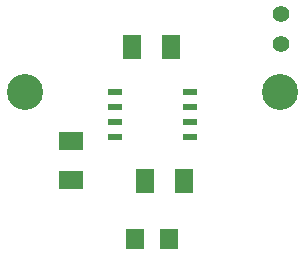
<source format=gts>
G04 (created by PCBNEW (2013-07-07 BZR 4022)-stable) date 1/19/2014 11:19:52 PM*
%MOIN*%
G04 Gerber Fmt 3.4, Leading zero omitted, Abs format*
%FSLAX34Y34*%
G01*
G70*
G90*
G04 APERTURE LIST*
%ADD10C,0.00590551*%
%ADD11R,0.045X0.02*%
%ADD12R,0.06X0.08*%
%ADD13R,0.08X0.06*%
%ADD14C,0.055*%
%ADD15R,0.0629X0.0709*%
%ADD16C,0.12*%
G04 APERTURE END LIST*
G54D10*
G54D11*
X30020Y-42610D03*
X30020Y-43110D03*
X30020Y-43610D03*
X30020Y-44110D03*
X27520Y-44110D03*
X27520Y-43610D03*
X27520Y-43110D03*
X27520Y-42610D03*
G54D12*
X29370Y-41110D03*
X28070Y-41110D03*
X28525Y-45570D03*
X29825Y-45570D03*
G54D13*
X26050Y-44230D03*
X26050Y-45530D03*
G54D14*
X33030Y-41015D03*
X33030Y-40015D03*
G54D15*
X28181Y-47510D03*
X29299Y-47510D03*
G54D16*
X24520Y-42595D03*
X33020Y-42595D03*
M02*

</source>
